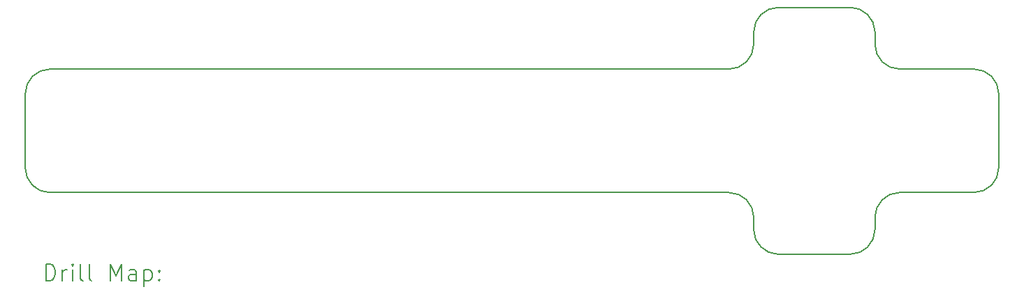
<source format=gbr>
%TF.GenerationSoftware,KiCad,Pcbnew,9.0.0*%
%TF.CreationDate,2025-03-27T20:29:22-05:00*%
%TF.ProjectId,PD_Board_v2,50445f42-6f61-4726-945f-76322e6b6963,rev?*%
%TF.SameCoordinates,Original*%
%TF.FileFunction,Drillmap*%
%TF.FilePolarity,Positive*%
%FSLAX45Y45*%
G04 Gerber Fmt 4.5, Leading zero omitted, Abs format (unit mm)*
G04 Created by KiCad (PCBNEW 9.0.0) date 2025-03-27 20:29:22*
%MOMM*%
%LPD*%
G01*
G04 APERTURE LIST*
%ADD10C,0.200000*%
G04 APERTURE END LIST*
D10*
X19725000Y-9325000D02*
X20625000Y-9325000D01*
X17955000Y-11125000D02*
X17955000Y-11275000D01*
X19425000Y-9025000D02*
X19425000Y-8875000D01*
X20925000Y-9625000D02*
X20925000Y-10525000D01*
X17655000Y-10825000D02*
X9425000Y-10825000D01*
X19425000Y-11125000D02*
G75*
G02*
X19725000Y-10825000I300000J0D01*
G01*
X9125000Y-9625000D02*
G75*
G02*
X9425000Y-9325000I300000J0D01*
G01*
X19125000Y-8575000D02*
G75*
G02*
X19425000Y-8875000I0J-300000D01*
G01*
X9125000Y-10525000D02*
X9125000Y-9625000D01*
X20625000Y-10825000D02*
X19725000Y-10825000D01*
X17955000Y-8875000D02*
X17955000Y-9025000D01*
X17955000Y-8875000D02*
G75*
G02*
X18255000Y-8575000I300000J0D01*
G01*
X9425000Y-10825000D02*
G75*
G02*
X9125000Y-10525000I0J300000D01*
G01*
X19425000Y-11125000D02*
X19425000Y-11275000D01*
X19725000Y-9325000D02*
G75*
G02*
X19425000Y-9025000I0J300000D01*
G01*
X20625000Y-9325000D02*
G75*
G02*
X20925000Y-9625000I0J-300000D01*
G01*
X17955000Y-9025000D02*
G75*
G02*
X17655000Y-9325000I-300000J0D01*
G01*
X19425000Y-11275000D02*
G75*
G02*
X19125000Y-11575000I-300000J0D01*
G01*
X20925000Y-10525000D02*
G75*
G02*
X20625000Y-10825000I-300000J0D01*
G01*
X9425000Y-9325000D02*
X17655000Y-9325000D01*
X17655000Y-10825000D02*
G75*
G02*
X17955000Y-11125000I0J-300000D01*
G01*
X19125000Y-8575000D02*
X18255000Y-8575000D01*
X18255000Y-11575000D02*
G75*
G02*
X17955000Y-11275000I0J300000D01*
G01*
X19125000Y-11575000D02*
X18255000Y-11575000D01*
X9375777Y-11896484D02*
X9375777Y-11696484D01*
X9375777Y-11696484D02*
X9423396Y-11696484D01*
X9423396Y-11696484D02*
X9451967Y-11706008D01*
X9451967Y-11706008D02*
X9471015Y-11725055D01*
X9471015Y-11725055D02*
X9480539Y-11744103D01*
X9480539Y-11744103D02*
X9490063Y-11782198D01*
X9490063Y-11782198D02*
X9490063Y-11810770D01*
X9490063Y-11810770D02*
X9480539Y-11848865D01*
X9480539Y-11848865D02*
X9471015Y-11867912D01*
X9471015Y-11867912D02*
X9451967Y-11886960D01*
X9451967Y-11886960D02*
X9423396Y-11896484D01*
X9423396Y-11896484D02*
X9375777Y-11896484D01*
X9575777Y-11896484D02*
X9575777Y-11763150D01*
X9575777Y-11801246D02*
X9585301Y-11782198D01*
X9585301Y-11782198D02*
X9594824Y-11772674D01*
X9594824Y-11772674D02*
X9613872Y-11763150D01*
X9613872Y-11763150D02*
X9632920Y-11763150D01*
X9699586Y-11896484D02*
X9699586Y-11763150D01*
X9699586Y-11696484D02*
X9690063Y-11706008D01*
X9690063Y-11706008D02*
X9699586Y-11715531D01*
X9699586Y-11715531D02*
X9709110Y-11706008D01*
X9709110Y-11706008D02*
X9699586Y-11696484D01*
X9699586Y-11696484D02*
X9699586Y-11715531D01*
X9823396Y-11896484D02*
X9804348Y-11886960D01*
X9804348Y-11886960D02*
X9794824Y-11867912D01*
X9794824Y-11867912D02*
X9794824Y-11696484D01*
X9928158Y-11896484D02*
X9909110Y-11886960D01*
X9909110Y-11886960D02*
X9899586Y-11867912D01*
X9899586Y-11867912D02*
X9899586Y-11696484D01*
X10156729Y-11896484D02*
X10156729Y-11696484D01*
X10156729Y-11696484D02*
X10223396Y-11839341D01*
X10223396Y-11839341D02*
X10290063Y-11696484D01*
X10290063Y-11696484D02*
X10290063Y-11896484D01*
X10471015Y-11896484D02*
X10471015Y-11791722D01*
X10471015Y-11791722D02*
X10461491Y-11772674D01*
X10461491Y-11772674D02*
X10442444Y-11763150D01*
X10442444Y-11763150D02*
X10404348Y-11763150D01*
X10404348Y-11763150D02*
X10385301Y-11772674D01*
X10471015Y-11886960D02*
X10451967Y-11896484D01*
X10451967Y-11896484D02*
X10404348Y-11896484D01*
X10404348Y-11896484D02*
X10385301Y-11886960D01*
X10385301Y-11886960D02*
X10375777Y-11867912D01*
X10375777Y-11867912D02*
X10375777Y-11848865D01*
X10375777Y-11848865D02*
X10385301Y-11829817D01*
X10385301Y-11829817D02*
X10404348Y-11820293D01*
X10404348Y-11820293D02*
X10451967Y-11820293D01*
X10451967Y-11820293D02*
X10471015Y-11810770D01*
X10566253Y-11763150D02*
X10566253Y-11963150D01*
X10566253Y-11772674D02*
X10585301Y-11763150D01*
X10585301Y-11763150D02*
X10623396Y-11763150D01*
X10623396Y-11763150D02*
X10642444Y-11772674D01*
X10642444Y-11772674D02*
X10651967Y-11782198D01*
X10651967Y-11782198D02*
X10661491Y-11801246D01*
X10661491Y-11801246D02*
X10661491Y-11858389D01*
X10661491Y-11858389D02*
X10651967Y-11877436D01*
X10651967Y-11877436D02*
X10642444Y-11886960D01*
X10642444Y-11886960D02*
X10623396Y-11896484D01*
X10623396Y-11896484D02*
X10585301Y-11896484D01*
X10585301Y-11896484D02*
X10566253Y-11886960D01*
X10747205Y-11877436D02*
X10756729Y-11886960D01*
X10756729Y-11886960D02*
X10747205Y-11896484D01*
X10747205Y-11896484D02*
X10737682Y-11886960D01*
X10737682Y-11886960D02*
X10747205Y-11877436D01*
X10747205Y-11877436D02*
X10747205Y-11896484D01*
X10747205Y-11772674D02*
X10756729Y-11782198D01*
X10756729Y-11782198D02*
X10747205Y-11791722D01*
X10747205Y-11791722D02*
X10737682Y-11782198D01*
X10737682Y-11782198D02*
X10747205Y-11772674D01*
X10747205Y-11772674D02*
X10747205Y-11791722D01*
M02*

</source>
